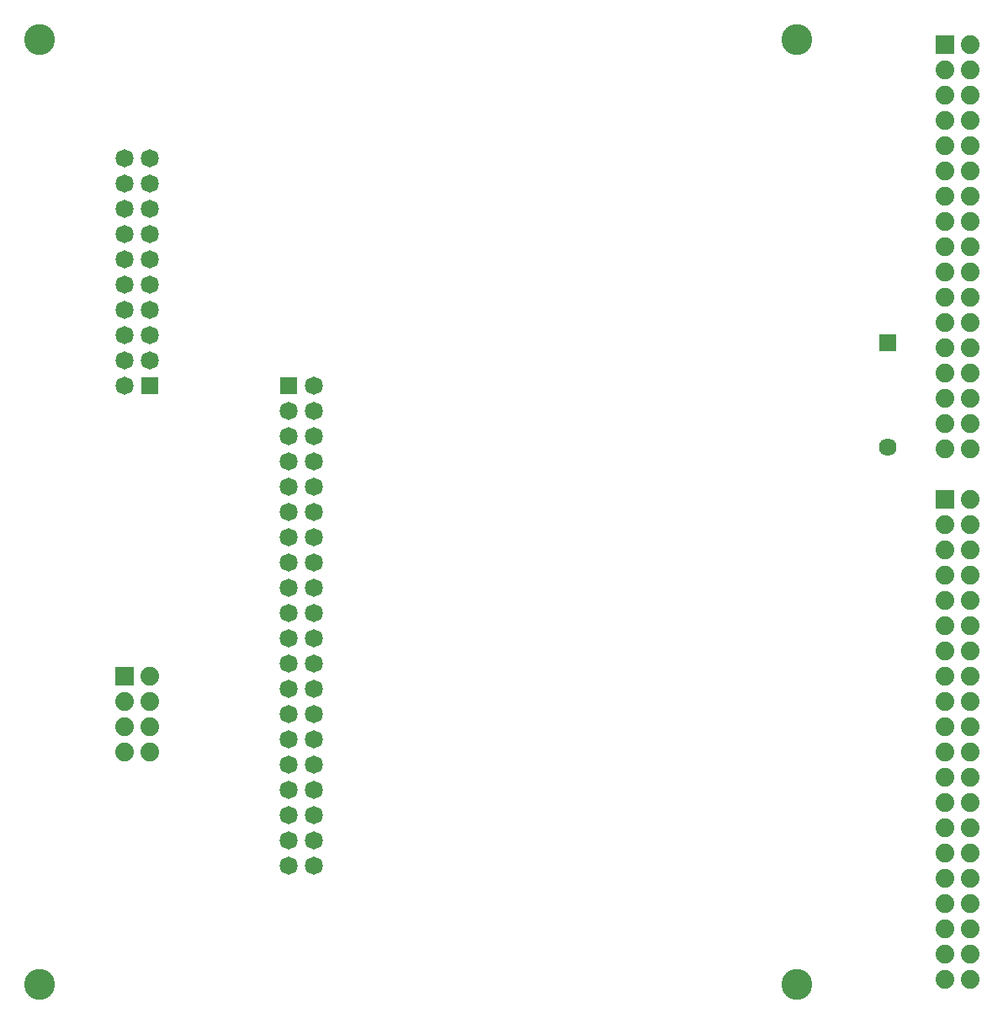
<source format=gbr>
G04 DipTrace 4.3.0.5*
G04 BottomMask.gbr*
%MOMM*%
G04 #@! TF.FileFunction,Soldermask,Bot*
G04 #@! TF.Part,Single*
%ADD28C,3.1*%
%ADD35C,1.82*%
%ADD37R,1.82X1.82*%
%ADD39C,1.89*%
%ADD41R,1.89X1.89*%
%ADD43C,1.79*%
%ADD45R,1.79X1.79*%
%FSLAX35Y35*%
G04*
G71*
G90*
G75*
G01*
G04 BotMask*
%LPD*%
D45*
X-1079500Y1698750D3*
D43*
Y650750D3*
D41*
X-508000Y127000D3*
D39*
X-254000D3*
X-508000Y-127000D3*
X-254000D3*
X-508000Y-381000D3*
X-254000D3*
X-508000Y-635000D3*
X-254000D3*
X-508000Y-889000D3*
X-254000D3*
X-508000Y-1143000D3*
X-254000D3*
X-508000Y-1397000D3*
X-254000D3*
X-508000Y-1651000D3*
X-254000D3*
X-508000Y-1905000D3*
X-254000D3*
X-508000Y-2159000D3*
X-254000D3*
X-508000Y-2413000D3*
X-254000D3*
X-508000Y-2667000D3*
X-254000D3*
X-508000Y-2921000D3*
X-254000D3*
X-508000Y-3175000D3*
X-254000D3*
X-508000Y-3429000D3*
X-254000D3*
X-508000Y-3683000D3*
X-254000D3*
X-508000Y-3937000D3*
X-254000D3*
X-508000Y-4191000D3*
X-254000D3*
X-508000Y-4445000D3*
X-254000D3*
X-508000Y-4699000D3*
X-254000D3*
D41*
X-508000Y4699000D3*
D39*
X-254000D3*
X-508000Y4445000D3*
X-254000D3*
X-508000Y4191000D3*
X-254000D3*
X-508000Y3937000D3*
X-254000D3*
X-508000Y3683000D3*
X-254000D3*
X-508000Y3429000D3*
X-254000D3*
X-508000Y3175000D3*
X-254000D3*
X-508000Y2921000D3*
X-254000D3*
X-508000Y2667000D3*
X-254000D3*
X-508000Y2413000D3*
X-254000D3*
X-508000Y2159000D3*
X-254000D3*
X-508000Y1905000D3*
X-254000D3*
X-508000Y1651000D3*
X-254000D3*
X-508000Y1397000D3*
X-254000D3*
X-508000Y1143000D3*
X-254000D3*
X-508000Y889000D3*
X-254000D3*
X-508000Y635000D3*
X-254000D3*
D37*
X-7112000Y1270000D3*
D35*
X-6858000D3*
X-7112000Y1016000D3*
X-6858000D3*
X-7112000Y762000D3*
X-6858000D3*
X-7112000Y508000D3*
X-6858000D3*
X-7112000Y254000D3*
X-6858000D3*
X-7112000Y0D3*
X-6858000D3*
X-7112000Y-254000D3*
X-6858000D3*
X-7112000Y-508000D3*
X-6858000D3*
X-7112000Y-762000D3*
X-6858000D3*
X-7112000Y-1016000D3*
X-6858000D3*
X-7112000Y-1270000D3*
X-6858000D3*
X-7112000Y-1524000D3*
X-6858000D3*
X-7112000Y-1778000D3*
X-6858000D3*
X-7112000Y-2032000D3*
X-6858000D3*
X-7112000Y-2286000D3*
X-6858000D3*
X-7112000Y-2540000D3*
X-6858000D3*
X-7112000Y-2794000D3*
X-6858000D3*
X-7112000Y-3048000D3*
X-6858000D3*
X-7112000Y-3302000D3*
X-6858000D3*
X-7112000Y-3556000D3*
X-6858000D3*
D37*
X-8509000Y1270000D3*
D35*
X-8763000D3*
X-8509000Y1524000D3*
X-8763000D3*
X-8509000Y1778000D3*
X-8763000D3*
X-8509000Y2032000D3*
X-8763000D3*
X-8509000Y2286000D3*
X-8763000D3*
X-8509000Y2540000D3*
X-8763000D3*
X-8509000Y2794000D3*
X-8763000D3*
X-8509000Y3048000D3*
X-8763000D3*
X-8509000Y3302000D3*
X-8763000D3*
X-8509000Y3556000D3*
X-8763000D3*
D41*
Y-1651000D3*
D39*
X-8509000D3*
X-8763000Y-1905000D3*
X-8509000D3*
X-8763000Y-2159000D3*
X-8509000D3*
X-8763000Y-2413000D3*
X-8509000D3*
D28*
X-9620250Y-4746623D3*
Y4746627D3*
X-2000250Y-4746623D3*
Y4746627D3*
M02*

</source>
